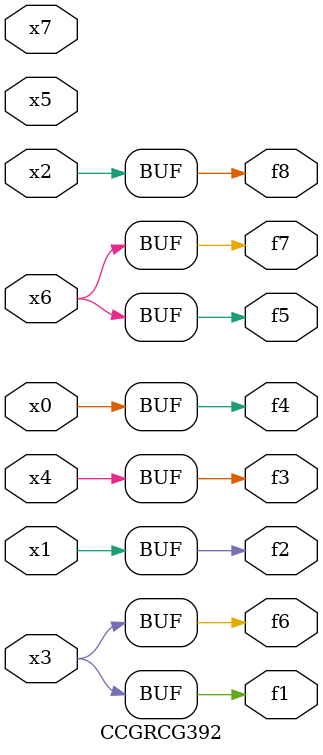
<source format=v>
module CCGRCG392(
	input x0, x1, x2, x3, x4, x5, x6, x7,
	output f1, f2, f3, f4, f5, f6, f7, f8
);
	assign f1 = x3;
	assign f2 = x1;
	assign f3 = x4;
	assign f4 = x0;
	assign f5 = x6;
	assign f6 = x3;
	assign f7 = x6;
	assign f8 = x2;
endmodule

</source>
